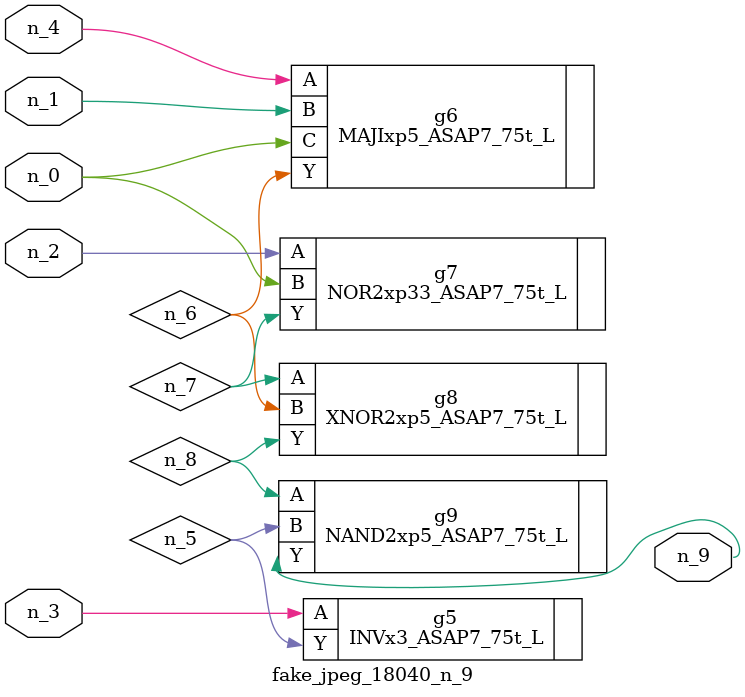
<source format=v>
module fake_jpeg_18040_n_9 (n_3, n_2, n_1, n_0, n_4, n_9);

input n_3;
input n_2;
input n_1;
input n_0;
input n_4;

output n_9;

wire n_8;
wire n_6;
wire n_5;
wire n_7;

INVx3_ASAP7_75t_L g5 ( 
.A(n_3),
.Y(n_5)
);

MAJIxp5_ASAP7_75t_L g6 ( 
.A(n_4),
.B(n_1),
.C(n_0),
.Y(n_6)
);

NOR2xp33_ASAP7_75t_L g7 ( 
.A(n_2),
.B(n_0),
.Y(n_7)
);

XNOR2xp5_ASAP7_75t_L g8 ( 
.A(n_7),
.B(n_6),
.Y(n_8)
);

NAND2xp5_ASAP7_75t_L g9 ( 
.A(n_8),
.B(n_5),
.Y(n_9)
);


endmodule
</source>
